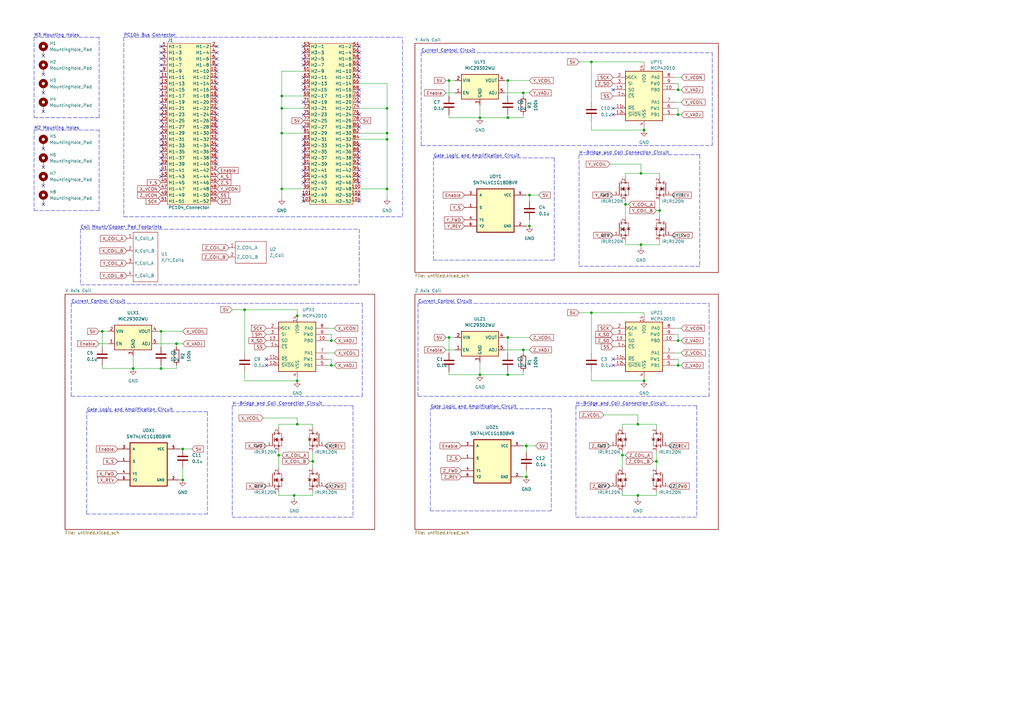
<source format=kicad_sch>
(kicad_sch (version 20211123) (generator eeschema)
  (paper "A3")
  (lib_symbols
    (symbol "Coils:X{slash}Y_Coils"
      (property "Reference" "U" (at -11.43 3.81 0))
      (property "Value" "X{slash}Y_Coils" (at -7.62 6.35 0))
      (symbol "X{slash}Y_Coils_1_1"
        (pin unspecified line (at 1.27 -2.54 90) (length 2.54) (name "X_Coil_A") (number "1"))
        (pin unspecified line (at 6.35 -2.54 90) (length 2.54) (name "X_Coil_B") (number "2"))
        (pin unspecified line (at 11.43 -2.54 90) (length 2.54) (name "Y_Coil_A") (number "3"))
        (pin unspecified line (at 16.51 -2.54 90) (length 2.54) (name "Y_Coil_B") (number "4"))
      )
    )
    (symbol "Coils:Z_Coil"
      (property "Reference" "U" (at 0 -2.54 0))
      (property "Value" "Z_Coil" (at 0 0 0))
      (symbol "Z_Coil_1_1"
        (pin bidirectional line (at -6.35 7.62 0) (length 2.54) (name "Z_COIL_A") (number "1"))
        (pin bidirectional line (at -6.35 3.81 0) (length 2.54) (name "Z_COIL_B") (number "2"))
      )
    )
    (symbol "Device:C" (pin_numbers hide) (pin_names (offset 0.254))
      (property "Reference" "C" (at 0.635 2.54 0))
      (property "Value" "C" (at 0.635 -2.54 0))
      (symbol "C_1_1"
        (pin passive line (at 0 3.81 270) (length 2.794) (name "~") (number "1"))
        (pin passive line (at 0 -3.81 90) (length 2.794) (name "~") (number "2"))
      )
    )
    (symbol "Device:R" (pin_numbers hide) (pin_names (offset 0))
      (property "Reference" "R" (at 2.032 0 90))
      (property "Value" "R" (at 0 0 90))
      (symbol "R_1_1"
        (pin passive line (at 0 3.81 270) (length 1.27) (name "~") (number "1"))
        (pin passive line (at 0 -3.81 90) (length 1.27) (name "~") (number "2"))
      )
    )
    (symbol "IRLR120N:IRLR120N" (pin_names (offset 1.016))
      (property "Reference" "Q" (at -8.89 2.54 0))
      (property "Value" "IRLR120N" (at -8.89 -7.62 0))
      (symbol "IRLR120N_0_0"
        (pin passive line (at -2.54 -2.54 0) (length 2.54) (name "~") (number "1"))
        (pin passive line (at 2.54 5.08 270) (length 2.54) (name "~") (number "2"))
        (pin passive line (at 2.54 -5.08 90) (length 2.54) (name "~") (number "3"))
      )
    )
    (symbol "Mechanical:MountingHole_Pad" (pin_numbers hide) (pin_names (offset 1.016) hide)
      (property "Reference" "H" (at 0 6.35 0))
      (property "Value" "MountingHole_Pad" (at 0 4.445 0))
      (symbol "MountingHole_Pad_1_1"
        (pin input line (at 0 -2.54 90) (length 2.54) (name "1") (number "1"))
      )
    )
    (symbol "Potentiometer_Digital:MCP42010" (pin_names (offset 1.016))
      (property "Reference" "U" (at -7.62 11.43 0))
      (property "Value" "MCP42010" (at 2.54 11.43 0))
      (symbol "MCP42010_1_1"
        (pin input input_low (at -12.7 0 0) (length 5.08) (name "~{CS}") (number "1"))
        (pin passive line (at 12.7 2.54 180) (length 5.08) (name "PB0") (number "10"))
        (pin input input_low (at -12.7 -5.08 0) (length 5.08) (name "~{RS}") (number "11"))
        (pin input input_low (at -12.7 -7.62 0) (length 5.08) (name "~{SHDN}") (number "12"))
        (pin output line (at -12.7 2.54 0) (length 5.08) (name "SO") (number "13"))
        (pin power_in line (at 0 12.7 270) (length 2.54) (name "VDD") (number "14"))
        (pin input clock (at -12.7 7.62 0) (length 5.08) (name "SCK") (number "2"))
        (pin input line (at -12.7 5.08 0) (length 5.08) (name "SI") (number "3"))
        (pin power_in line (at 0 -12.7 90) (length 2.54) (name "VSS") (number "4"))
        (pin passive line (at 12.7 -7.62 180) (length 5.08) (name "PB1") (number "5"))
        (pin passive line (at 12.7 -5.08 180) (length 5.08) (name "PW1") (number "6"))
        (pin passive line (at 12.7 -2.54 180) (length 5.08) (name "PA1") (number "7"))
        (pin passive line (at 12.7 7.62 180) (length 5.08) (name "PA0") (number "8"))
        (pin passive line (at 12.7 5.08 180) (length 5.08) (name "PW0") (number "9"))
      )
    )
    (symbol "Regulator_Linear:MIC29302WU"
      (property "Reference" "U" (at -6.35 6.35 0))
      (property "Value" "MIC29302WU" (at 2.54 6.35 0))
      (symbol "MIC29302WU_1_1"
        (pin input line (at -10.16 -2.54 0) (length 2.54) (name "EN") (number "1"))
        (pin power_in line (at -10.16 2.54 0) (length 2.54) (name "VIN") (number "2"))
        (pin power_in line (at 0 -7.62 90) (length 2.54) (name "GND") (number "3"))
        (pin power_out line (at 10.16 2.54 180) (length 2.54) (name "VOUT") (number "4"))
        (pin input line (at 10.16 -2.54 180) (length 2.54) (name "ADJ") (number "5"))
      )
    )
    (symbol "SN74LVC1G18DBVR:SN74LVC1G18DBVR" (pin_names (offset 1.016))
      (property "Reference" "U" (at -5.08 3.81 0))
      (property "Value" "SN74LVC1G18DBVR" (at -12.7 -19.2278 0))
      (symbol "SN74LVC1G18DBVR_0_0"
        (pin bidirectional line (at -10.16 -5.08 0) (length 5.08) (name "S") (number "1"))
        (pin power_in line (at 15.24 -12.7 180) (length 5.08) (name "GND") (number "2"))
        (pin bidirectional line (at -10.16 0 0) (length 5.08) (name "A") (number "3"))
        (pin bidirectional line (at -10.16 -10.16 0) (length 5.08) (name "Y1") (number "4"))
        (pin power_in line (at 15.24 0 180) (length 5.08) (name "VCC") (number "5"))
        (pin bidirectional line (at -10.16 -12.7 0) (length 5.08) (name "Y2") (number "6"))
      )
    )
    (symbol "power:GND" (power) (pin_names (offset 0))
      (property "Value" "GND" (at 0 -3.81 0))
      (symbol "GND_1_1"
        (pin power_in line (at 0 0 270) (length 0) hide (name "GND") (number "1"))
      )
    )
    (symbol "qset-connector-library:PC104_Connector"
      (property "Reference" "J" (at -36.83 -71.12 0))
      (property "Value" "PC104_Connector" (at -26.67 -71.12 0))
      (symbol "PC104_Connector_1_1"
        (pin bidirectional line (at -40.64 -3.81 0) (length 2.54) (name "H1-1") (number "1"))
        (pin bidirectional line (at -17.78 -13.97 180) (length 2.54) (name "H1-10") (number "10"))
        (pin bidirectional line (at 40.64 -62.23 180) (length 2.54) (name "H2-48") (number "100"))
        (pin bidirectional line (at 17.78 -64.77 0) (length 2.54) (name "H2-49") (number "101"))
        (pin bidirectional line (at 40.64 -64.77 180) (length 2.54) (name "H2-50") (number "102"))
        (pin bidirectional line (at 17.78 -67.31 0) (length 2.54) (name "H2-51") (number "103"))
        (pin bidirectional line (at 40.64 -67.31 180) (length 2.54) (name "H2-52") (number "104"))
        (pin bidirectional line (at -40.64 -16.51 0) (length 2.54) (name "H1-11") (number "11"))
        (pin bidirectional line (at -17.78 -16.51 180) (length 2.54) (name "H1-12") (number "12"))
        (pin bidirectional line (at -40.64 -19.05 0) (length 2.54) (name "H1-13") (number "13"))
        (pin bidirectional line (at -17.78 -19.05 180) (length 2.54) (name "H1-14") (number "14"))
        (pin bidirectional line (at -40.64 -21.59 0) (length 2.54) (name "H1-15") (number "15"))
        (pin bidirectional line (at -17.78 -21.59 180) (length 2.54) (name "H1-16") (number "16"))
        (pin bidirectional line (at -40.64 -24.13 0) (length 2.54) (name "H1-17") (number "17"))
        (pin bidirectional line (at -17.78 -24.13 180) (length 2.54) (name "H1-18") (number "18"))
        (pin bidirectional line (at -40.64 -26.67 0) (length 2.54) (name "H1-19") (number "19"))
        (pin bidirectional line (at -17.78 -3.81 180) (length 2.54) (name "H1-2") (number "2"))
        (pin bidirectional line (at -17.78 -26.67 180) (length 2.54) (name "H1-20") (number "20"))
        (pin bidirectional line (at -40.64 -29.21 0) (length 2.54) (name "H1-21") (number "21"))
        (pin bidirectional line (at -17.78 -29.21 180) (length 2.54) (name "H1-22") (number "22"))
        (pin bidirectional line (at -40.64 -31.75 0) (length 2.54) (name "H1-23") (number "23"))
        (pin bidirectional line (at -17.78 -31.75 180) (length 2.54) (name "H1-24") (number "24"))
        (pin bidirectional line (at -40.64 -34.29 0) (length 2.54) (name "H1-25") (number "25"))
        (pin bidirectional line (at -17.78 -34.29 180) (length 2.54) (name "H1-26") (number "26"))
        (pin bidirectional line (at -40.64 -36.83 0) (length 2.54) (name "H1-27") (number "27"))
        (pin bidirectional line (at -17.78 -36.83 180) (length 2.54) (name "H1-28") (number "28"))
        (pin bidirectional line (at -40.64 -39.37 0) (length 2.54) (name "H1-29") (number "29"))
        (pin bidirectional line (at -40.64 -6.35 0) (length 2.54) (name "H1-3") (number "3"))
        (pin bidirectional line (at -17.78 -39.37 180) (length 2.54) (name "H1-30") (number "30"))
        (pin bidirectional line (at -40.64 -41.91 0) (length 2.54) (name "H1-31") (number "31"))
        (pin bidirectional line (at -17.78 -41.91 180) (length 2.54) (name "H1-32") (number "32"))
        (pin bidirectional line (at -40.64 -44.45 0) (length 2.54) (name "H1-33") (number "33"))
        (pin bidirectional line (at -17.78 -44.45 180) (length 2.54) (name "H1-34") (number "34"))
        (pin bidirectional line (at -40.64 -46.99 0) (length 2.54) (name "H1-35") (number "35"))
        (pin bidirectional line (at -17.78 -46.99 180) (length 2.54) (name "H1-36") (number "36"))
        (pin bidirectional line (at -40.64 -49.53 0) (length 2.54) (name "H1-37") (number "37"))
        (pin bidirectional line (at -17.78 -49.53 180) (length 2.54) (name "H1-38") (number "38"))
        (pin bidirectional line (at -40.64 -52.07 0) (length 2.54) (name "H1-39") (number "39"))
        (pin bidirectional line (at -17.78 -6.35 180) (length 2.54) (name "H1-4") (number "4"))
        (pin bidirectional line (at -17.78 -52.07 180) (length 2.54) (name "H1-40") (number "40"))
        (pin bidirectional line (at -40.64 -54.61 0) (length 2.54) (name "H1-41") (number "41"))
        (pin bidirectional line (at -17.78 -54.61 180) (length 2.54) (name "H1-42") (number "42"))
        (pin bidirectional line (at -40.64 -57.15 0) (length 2.54) (name "H1-43") (number "43"))
        (pin bidirectional line (at -17.78 -57.15 180) (length 2.54) (name "H1-44") (number "44"))
        (pin bidirectional line (at -40.64 -59.69 0) (length 2.54) (name "H1-45") (number "45"))
        (pin bidirectional line (at -17.78 -59.69 180) (length 2.54) (name "H1-46") (number "46"))
        (pin bidirectional line (at -40.64 -62.23 0) (length 2.54) (name "H1-47") (number "47"))
        (pin bidirectional line (at -17.78 -62.23 180) (length 2.54) (name "H1-48") (number "48"))
        (pin bidirectional line (at -40.64 -64.77 0) (length 2.54) (name "H1-49") (number "49"))
        (pin bidirectional line (at -40.64 -8.89 0) (length 2.54) (name "H1-5") (number "5"))
        (pin bidirectional line (at -17.78 -64.77 180) (length 2.54) (name "H1-50") (number "50"))
        (pin bidirectional line (at -40.64 -67.31 0) (length 2.54) (name "H1-51") (number "51"))
        (pin bidirectional line (at -17.78 -67.31 180) (length 2.54) (name "H1-52") (number "52"))
        (pin bidirectional line (at 17.78 -3.81 0) (length 2.54) (name "H2-1") (number "53"))
        (pin bidirectional line (at 40.64 -3.81 180) (length 2.54) (name "H1-2") (number "54"))
        (pin bidirectional line (at 17.78 -6.35 0) (length 2.54) (name "H3-3") (number "55"))
        (pin bidirectional line (at 40.64 -6.35 180) (length 2.54) (name "H1-4") (number "56"))
        (pin bidirectional line (at 17.78 -8.89 0) (length 2.54) (name "H2-5") (number "57"))
        (pin bidirectional line (at 40.64 -8.89 180) (length 2.54) (name "H1-6") (number "58"))
        (pin bidirectional line (at 17.78 -11.43 0) (length 2.54) (name "H2-7") (number "59"))
        (pin bidirectional line (at -17.78 -8.89 180) (length 2.54) (name "H1-6") (number "6"))
        (pin bidirectional line (at 40.64 -11.43 180) (length 2.54) (name "H1-8") (number "60"))
        (pin bidirectional line (at 17.78 -13.97 0) (length 2.54) (name "H2-9") (number "61"))
        (pin bidirectional line (at 40.64 -13.97 180) (length 2.54) (name "H1-10") (number "62"))
        (pin bidirectional line (at 17.78 -16.51 0) (length 2.54) (name "H2-11") (number "63"))
        (pin bidirectional line (at 40.64 -16.51 180) (length 2.54) (name "H1-12") (number "64"))
        (pin bidirectional line (at 17.78 -19.05 0) (length 2.54) (name "H2-13") (number "65"))
        (pin bidirectional line (at 40.64 -19.05 180) (length 2.54) (name "H1-14") (number "66"))
        (pin bidirectional line (at 17.78 -21.59 0) (length 2.54) (name "H2-15") (number "67"))
        (pin bidirectional line (at 40.64 -21.59 180) (length 2.54) (name "H1-16") (number "68"))
        (pin bidirectional line (at 17.78 -24.13 0) (length 2.54) (name "H2-17") (number "69"))
        (pin bidirectional line (at -40.64 -11.43 0) (length 2.54) (name "H1-7") (number "7"))
        (pin bidirectional line (at 40.64 -24.13 180) (length 2.54) (name "H1-18") (number "70"))
        (pin bidirectional line (at 17.78 -26.67 0) (length 2.54) (name "H2-19") (number "71"))
        (pin bidirectional line (at 40.64 -26.67 180) (length 2.54) (name "H1-20") (number "72"))
        (pin bidirectional line (at 17.78 -29.21 0) (length 2.54) (name "H2-21") (number "73"))
        (pin bidirectional line (at 40.64 -29.21 180) (length 2.54) (name "H1-22") (number "74"))
        (pin bidirectional line (at 17.78 -31.75 0) (length 2.54) (name "H2-23") (number "75"))
        (pin bidirectional line (at 40.64 -31.75 180) (length 2.54) (name "H1-24") (number "76"))
        (pin bidirectional line (at 17.78 -34.29 0) (length 2.54) (name "H2-25") (number "77"))
        (pin bidirectional line (at 40.64 -34.29 180) (length 2.54) (name "H1-26") (number "78"))
        (pin bidirectional line (at 17.78 -36.83 0) (length 2.54) (name "H2-27") (number "79"))
        (pin bidirectional line (at -17.78 -11.43 180) (length 2.54) (name "H1-8") (number "8"))
        (pin bidirectional line (at 40.64 -36.83 180) (length 2.54) (name "H1-28") (number "80"))
        (pin bidirectional line (at 17.78 -39.37 0) (length 2.54) (name "H2-29") (number "81"))
        (pin bidirectional line (at 40.64 -39.37 180) (length 2.54) (name "H1-30") (number "82"))
        (pin bidirectional line (at 17.78 -41.91 0) (length 2.54) (name "H2-31") (number "83"))
        (pin bidirectional line (at 40.64 -41.91 180) (length 2.54) (name "H1-32") (number "84"))
        (pin bidirectional line (at 17.78 -44.45 0) (length 2.54) (name "H2-33") (number "85"))
        (pin bidirectional line (at 40.64 -44.45 180) (length 2.54) (name "H1-34") (number "86"))
        (pin bidirectional line (at 17.78 -46.99 0) (length 2.54) (name "H2-35") (number "87"))
        (pin bidirectional line (at 40.64 -46.99 180) (length 2.54) (name "H1-36") (number "88"))
        (pin bidirectional line (at 17.78 -49.53 0) (length 2.54) (name "H2-37") (number "89"))
        (pin bidirectional line (at -40.64 -13.97 0) (length 2.54) (name "H1-9") (number "9"))
        (pin bidirectional line (at 40.64 -49.53 180) (length 2.54) (name "H1-38") (number "90"))
        (pin bidirectional line (at 17.78 -52.07 0) (length 2.54) (name "H2-39") (number "91"))
        (pin bidirectional line (at 40.64 -52.07 180) (length 2.54) (name "H1-40") (number "92"))
        (pin bidirectional line (at 17.78 -54.61 0) (length 2.54) (name "H2-41") (number "93"))
        (pin bidirectional line (at 40.64 -54.61 180) (length 2.54) (name "H1-42") (number "94"))
        (pin bidirectional line (at 17.78 -57.15 0) (length 2.54) (name "H2-43") (number "95"))
        (pin bidirectional line (at 40.64 -57.15 180) (length 2.54) (name "H1-44") (number "96"))
        (pin bidirectional line (at 17.78 -59.69 0) (length 2.54) (name "H2-45") (number "97"))
        (pin bidirectional line (at 40.64 -59.69 180) (length 2.54) (name "H2-46") (number "98"))
        (pin bidirectional line (at 17.78 -62.23 0) (length 2.54) (name "H2-47") (number "99"))
      )
    )
  )
  (junction (at 54.61 151.13))
  (junction (at 115.57 39.37))
  (junction (at 208.28 153.67))
  (junction (at 158.75 54.61))
  (junction (at 196.85 153.67))
  (junction (at 184.15 33.02))
  (junction (at 135.89 139.7))
  (junction (at 120.65 203.2))
  (junction (at 66.04 151.13))
  (junction (at 128.27 189.23))
  (junction (at 261.62 173.99))
  (junction (at 215.8737 182.88))
  (junction (at 184.15 138.43))
  (junction (at 214.63 143.51))
  (junction (at 158.75 77.47))
  (junction (at 278.13 36.83))
  (junction (at 214.63 38.1))
  (junction (at 66.04 135.89))
  (junction (at 269.24 189.23))
  (junction (at 262.89 100.33))
  (junction (at 100.33 127))
  (junction (at 115.57 54.61))
  (junction (at 278.13 46.99))
  (junction (at 114.3 186.69))
  (junction (at 158.75 44.45))
  (junction (at 242.57 128.27))
  (junction (at 115.57 77.47))
  (junction (at 72.39 140.97))
  (junction (at 264.16 156.21))
  (junction (at 74.93 184.15))
  (junction (at 208.28 48.26))
  (junction (at 217.17 80.01))
  (junction (at 121.92 156.21))
  (junction (at 135.89 149.86))
  (junction (at 256.54 83.82))
  (junction (at 242.57 25.4))
  (junction (at 261.62 203.2))
  (junction (at 262.89 71.12))
  (junction (at 255.27 186.69))
  (junction (at 74.93 196.85))
  (junction (at 217.17 92.71))
  (junction (at 264.16 53.34))
  (junction (at 121.92 173.99))
  (junction (at 270.51 86.36))
  (junction (at 208.28 33.02))
  (junction (at 41.91 135.89))
  (junction (at 278.13 149.86))
  (junction (at 115.57 44.45))
  (junction (at 196.85 48.26))
  (junction (at 278.13 139.7))
  (junction (at 208.28 138.43))
  (junction (at 215.9 195.58))
  (junction (at 121.92 129.54))
  (junction (at 215.9 182.88))
  (junction (at 158.75 57.15))
  (no_connect (at 17.78 83.82))
  (no_connect (at 109.22 149.86))
  (no_connect (at 251.46 46.99))
  (no_connect (at 17.78 38.1))
  (no_connect (at 124.46 41.91))
  (no_connect (at 147.32 41.91))
  (no_connect (at 66.04 29.21))
  (no_connect (at 66.04 31.75))
  (no_connect (at 66.04 46.99))
  (no_connect (at 66.04 19.05))
  (no_connect (at 66.04 21.59))
  (no_connect (at 66.04 24.13))
  (no_connect (at 66.04 26.67))
  (no_connect (at 66.04 34.29))
  (no_connect (at 66.04 36.83))
  (no_connect (at 66.04 39.37))
  (no_connect (at 66.04 41.91))
  (no_connect (at 66.04 44.45))
  (no_connect (at 66.04 59.69))
  (no_connect (at 66.04 62.23))
  (no_connect (at 66.04 64.77))
  (no_connect (at 66.04 67.31))
  (no_connect (at 66.04 69.85))
  (no_connect (at 66.04 72.39))
  (no_connect (at 88.9 67.31))
  (no_connect (at 88.9 64.77))
  (no_connect (at 88.9 62.23))
  (no_connect (at 88.9 59.69))
  (no_connect (at 66.04 49.53))
  (no_connect (at 66.04 52.07))
  (no_connect (at 66.04 54.61))
  (no_connect (at 66.04 57.15))
  (no_connect (at 88.9 57.15))
  (no_connect (at 88.9 54.61))
  (no_connect (at 88.9 52.07))
  (no_connect (at 88.9 49.53))
  (no_connect (at 88.9 46.99))
  (no_connect (at 88.9 44.45))
  (no_connect (at 88.9 41.91))
  (no_connect (at 88.9 36.83))
  (no_connect (at 88.9 39.37))
  (no_connect (at 88.9 19.05))
  (no_connect (at 88.9 21.59))
  (no_connect (at 88.9 24.13))
  (no_connect (at 88.9 26.67))
  (no_connect (at 88.9 29.21))
  (no_connect (at 88.9 31.75))
  (no_connect (at 88.9 34.29))
  (no_connect (at 124.46 31.75))
  (no_connect (at 124.46 19.05))
  (no_connect (at 124.46 21.59))
  (no_connect (at 124.46 24.13))
  (no_connect (at 124.46 26.67))
  (no_connect (at 124.46 34.29))
  (no_connect (at 124.46 36.83))
  (no_connect (at 124.46 52.07))
  (no_connect (at 124.46 59.69))
  (no_connect (at 124.46 62.23))
  (no_connect (at 124.46 64.77))
  (no_connect (at 124.46 67.31))
  (no_connect (at 124.46 69.85))
  (no_connect (at 124.46 72.39))
  (no_connect (at 124.46 74.93))
  (no_connect (at 124.46 80.01))
  (no_connect (at 124.46 82.55))
  (no_connect (at 147.32 82.55))
  (no_connect (at 147.32 80.01))
  (no_connect (at 147.32 74.93))
  (no_connect (at 147.32 72.39))
  (no_connect (at 147.32 69.85))
  (no_connect (at 147.32 67.31))
  (no_connect (at 147.32 64.77))
  (no_connect (at 147.32 62.23))
  (no_connect (at 147.32 59.69))
  (no_connect (at 147.32 52.07))
  (no_connect (at 251.46 147.32))
  (no_connect (at 109.22 147.32))
  (no_connect (at 147.32 46.99))
  (no_connect (at 17.78 22.86))
  (no_connect (at 124.46 46.99))
  (no_connect (at 251.46 36.83))
  (no_connect (at 17.78 60.96))
  (no_connect (at 124.46 57.15))
  (no_connect (at 17.78 68.58))
  (no_connect (at 17.78 76.2))
  (no_connect (at 17.78 45.72))
  (no_connect (at 251.46 149.86))
  (no_connect (at 251.46 44.45))
  (no_connect (at 17.78 30.48))
  (no_connect (at 147.32 29.21))
  (no_connect (at 147.32 19.05))
  (no_connect (at 147.32 21.59))
  (no_connect (at 147.32 24.13))
  (no_connect (at 147.32 26.67))
  (no_connect (at 147.32 39.37))
  (no_connect (at 147.32 36.83))
  (no_connect (at 147.32 31.75))
  (wire (pts (xy 269.24 201.93) (xy 269.24 203.2)))
  (wire (pts (xy 135.89 139.7) (xy 137.16 139.7)))
  (wire (pts (xy 128.27 201.93) (xy 128.27 203.2)))
  (wire (pts (xy 255.27 186.69) (xy 256.54 186.69)))
  (wire (pts (xy 134.62 144.78) (xy 137.16 144.78)))
  (wire (pts (xy 147.32 54.61) (xy 158.75 54.61)))
  (wire (pts (xy 215.9 182.88) (xy 215.9 185.42)))
  (wire (pts (xy 184.15 138.43) (xy 186.69 138.43)))
  (wire (pts (xy 158.75 54.61) (xy 158.75 57.15)))
  (wire (pts (xy 264.16 25.4) (xy 264.16 26.67)))
  (polyline (pts (xy 33.02 116.84) (xy 147.32 116.84)))
  (polyline (pts (xy 236.22 166.37) (xy 285.75 166.37)))
  (wire (pts (xy 207.01 143.51) (xy 214.63 143.51)))
  (polyline (pts (xy 50.8 15.24) (xy 50.8 88.9)))
  (wire (pts (xy 215.9 193.04) (xy 215.9 195.58)))
  (wire (pts (xy 115.57 29.21) (xy 124.46 29.21)))
  (polyline (pts (xy 33.02 93.98) (xy 147.32 93.98)))
  (wire (pts (xy 54.61 146.05) (xy 54.61 151.13)))
  (wire (pts (xy 184.15 46.99) (xy 184.15 48.26)))
  (wire (pts (xy 255.27 186.69) (xy 255.27 191.77)))
  (wire (pts (xy 261.62 173.99) (xy 269.24 173.99)))
  (polyline (pts (xy 226.06 209.55) (xy 176.53 209.55)))
  (wire (pts (xy 217.17 90.17) (xy 217.17 92.71)))
  (polyline (pts (xy 29.21 162.56) (xy 29.21 124.46)))
  (wire (pts (xy 217.17 80.01) (xy 217.17 82.55)))
  (wire (pts (xy 255.27 173.99) (xy 261.62 173.99)))
  (polyline (pts (xy 292.1 21.59) (xy 292.1 59.69)))
  (polyline (pts (xy 13.97 53.34) (xy 40.64 53.34)))
  (wire (pts (xy 208.28 48.26) (xy 214.63 48.26)))
  (wire (pts (xy 114.3 175.26) (xy 114.3 173.99)))
  (wire (pts (xy 214.63 38.1) (xy 207.01 38.1)))
  (wire (pts (xy 196.85 43.18) (xy 196.85 48.26)))
  (wire (pts (xy 261.62 170.18) (xy 261.62 173.99)))
  (wire (pts (xy 72.39 140.97) (xy 64.77 140.97)))
  (wire (pts (xy 278.13 149.86) (xy 279.4 149.86)))
  (wire (pts (xy 276.86 31.75) (xy 279.4 31.75)))
  (wire (pts (xy 127 189.23) (xy 128.27 189.23)))
  (wire (pts (xy 214.63 182.88) (xy 215.8737 182.88)))
  (wire (pts (xy 121.92 171.45) (xy 121.92 173.99)))
  (wire (pts (xy 134.62 147.32) (xy 135.89 147.32)))
  (wire (pts (xy 158.75 44.45) (xy 158.75 54.61)))
  (polyline (pts (xy 33.02 93.98) (xy 33.02 116.84)))
  (wire (pts (xy 255.27 201.93) (xy 255.27 203.2)))
  (wire (pts (xy 214.63 143.51) (xy 214.63 144.78)))
  (wire (pts (xy 121.92 173.99) (xy 128.27 173.99)))
  (wire (pts (xy 134.62 149.86) (xy 135.89 149.86)))
  (polyline (pts (xy 177.8 64.77) (xy 227.33 64.77)))
  (wire (pts (xy 114.3 203.2) (xy 120.65 203.2)))
  (polyline (pts (xy 148.59 124.46) (xy 148.59 162.56)))
  (wire (pts (xy 66.04 151.13) (xy 72.39 151.13)))
  (polyline (pts (xy 147.32 93.98) (xy 147.32 116.84)))
  (wire (pts (xy 214.63 143.51) (xy 217.17 143.51)))
  (wire (pts (xy 41.91 151.13) (xy 54.61 151.13)))
  (wire (pts (xy 114.3 185.42) (xy 114.3 186.69)))
  (wire (pts (xy 261.62 203.2) (xy 261.62 204.47)))
  (polyline (pts (xy 172.72 59.69) (xy 292.1 59.69)))
  (wire (pts (xy 269.24 86.36) (xy 270.51 86.36)))
  (wire (pts (xy 278.13 46.99) (xy 279.4 46.99)))
  (wire (pts (xy 158.75 34.29) (xy 158.75 44.45)))
  (wire (pts (xy 255.27 203.2) (xy 261.62 203.2)))
  (wire (pts (xy 215.9 182.88) (xy 219.6837 182.88)))
  (polyline (pts (xy 171.45 162.56) (xy 290.83 162.56)))
  (wire (pts (xy 278.13 139.7) (xy 279.4 139.7)))
  (wire (pts (xy 134.62 134.62) (xy 137.16 134.62)))
  (wire (pts (xy 135.89 137.16) (xy 135.89 139.7)))
  (polyline (pts (xy 285.75 166.37) (xy 285.75 212.09)))
  (wire (pts (xy 276.86 134.62) (xy 279.4 134.62)))
  (polyline (pts (xy 285.75 212.09) (xy 236.22 212.09)))
  (wire (pts (xy 41.91 142.24) (xy 41.91 135.89)))
  (wire (pts (xy 276.86 46.99) (xy 278.13 46.99)))
  (wire (pts (xy 72.39 142.24) (xy 72.39 140.97)))
  (polyline (pts (xy 95.25 166.37) (xy 95.25 212.09)))
  (wire (pts (xy 208.28 152.4) (xy 208.28 153.67)))
  (wire (pts (xy 276.86 44.45) (xy 278.13 44.45)))
  (wire (pts (xy 182.88 138.43) (xy 184.15 138.43)))
  (wire (pts (xy 114.3 201.93) (xy 114.3 203.2)))
  (polyline (pts (xy 13.97 15.24) (xy 13.97 48.26)))
  (polyline (pts (xy 144.78 166.37) (xy 144.78 212.09)))
  (wire (pts (xy 41.91 135.89) (xy 44.45 135.89)))
  (wire (pts (xy 54.61 151.13) (xy 66.04 151.13)))
  (polyline (pts (xy 85.09 168.91) (xy 85.09 210.82)))
  (wire (pts (xy 182.88 38.1) (xy 186.69 38.1)))
  (wire (pts (xy 115.57 77.47) (xy 115.57 81.28)))
  (wire (pts (xy 95.25 127) (xy 100.33 127)))
  (polyline (pts (xy 29.21 124.46) (xy 148.59 124.46)))
  (wire (pts (xy 120.65 203.2) (xy 128.27 203.2)))
  (wire (pts (xy 270.51 86.36) (xy 270.51 88.9)))
  (wire (pts (xy 242.57 53.34) (xy 264.16 53.34)))
  (wire (pts (xy 250.19 67.31) (xy 262.89 67.31)))
  (wire (pts (xy 121.92 156.21) (xy 121.92 154.94)))
  (polyline (pts (xy 29.21 162.56) (xy 148.59 162.56)))
  (wire (pts (xy 100.33 127) (xy 121.92 127)))
  (polyline (pts (xy 237.49 63.5) (xy 237.49 109.22)))
  (polyline (pts (xy 176.53 167.64) (xy 226.06 167.64)))
  (wire (pts (xy 269.24 189.23) (xy 269.24 191.77)))
  (wire (pts (xy 256.54 99.06) (xy 256.54 100.33)))
  (wire (pts (xy 100.33 156.21) (xy 121.92 156.21)))
  (polyline (pts (xy 50.8 88.9) (xy 165.1 88.9)))
  (wire (pts (xy 278.13 36.83) (xy 279.4 36.83)))
  (wire (pts (xy 264.16 128.27) (xy 264.16 129.54)))
  (wire (pts (xy 128.27 173.99) (xy 128.27 175.26)))
  (polyline (pts (xy 40.64 48.26) (xy 40.64 15.24)))
  (wire (pts (xy 121.92 127) (xy 121.92 129.54)))
  (wire (pts (xy 276.86 41.91) (xy 279.4 41.91)))
  (wire (pts (xy 270.51 99.06) (xy 270.51 100.33)))
  (wire (pts (xy 215.8737 182.88) (xy 215.9 182.88)))
  (wire (pts (xy 74.93 191.77) (xy 74.93 196.85)))
  (wire (pts (xy 264.16 53.34) (xy 264.16 52.07)))
  (wire (pts (xy 115.57 39.37) (xy 115.57 29.21)))
  (polyline (pts (xy 287.02 109.22) (xy 237.49 109.22)))
  (polyline (pts (xy 171.45 124.46) (xy 290.83 124.46)))
  (wire (pts (xy 182.88 33.02) (xy 184.15 33.02)))
  (wire (pts (xy 158.75 77.47) (xy 158.75 81.28)))
  (wire (pts (xy 114.3 186.69) (xy 115.57 186.69)))
  (wire (pts (xy 135.89 147.32) (xy 135.89 149.86)))
  (wire (pts (xy 74.93 184.15) (xy 78.74 184.15)))
  (wire (pts (xy 64.77 135.89) (xy 66.04 135.89)))
  (wire (pts (xy 215.9 80.01) (xy 217.17 80.01)))
  (wire (pts (xy 115.57 44.45) (xy 115.57 54.61)))
  (wire (pts (xy 237.49 128.27) (xy 242.57 128.27)))
  (wire (pts (xy 40.64 135.89) (xy 41.91 135.89)))
  (polyline (pts (xy 290.83 124.46) (xy 290.83 162.56)))
  (wire (pts (xy 147.32 44.45) (xy 158.75 44.45)))
  (wire (pts (xy 255.27 175.26) (xy 255.27 173.99)))
  (wire (pts (xy 256.54 72.39) (xy 256.54 71.12)))
  (wire (pts (xy 270.51 71.12) (xy 270.51 72.39)))
  (wire (pts (xy 115.57 54.61) (xy 115.57 77.47)))
  (wire (pts (xy 261.62 203.2) (xy 269.24 203.2)))
  (wire (pts (xy 267.97 189.23) (xy 269.24 189.23)))
  (wire (pts (xy 196.85 48.26) (xy 208.28 48.26)))
  (wire (pts (xy 256.54 71.12) (xy 262.89 71.12)))
  (wire (pts (xy 247.65 170.18) (xy 261.62 170.18)))
  (wire (pts (xy 41.91 149.86) (xy 41.91 151.13)))
  (wire (pts (xy 237.49 25.4) (xy 242.57 25.4)))
  (wire (pts (xy 107.95 171.45) (xy 121.92 171.45)))
  (wire (pts (xy 242.57 41.91) (xy 242.57 25.4)))
  (wire (pts (xy 196.85 148.59) (xy 196.85 153.67)))
  (wire (pts (xy 147.32 57.15) (xy 158.75 57.15)))
  (wire (pts (xy 262.89 67.31) (xy 262.89 71.12)))
  (wire (pts (xy 242.57 144.78) (xy 242.57 128.27)))
  (polyline (pts (xy 176.53 209.55) (xy 176.53 167.64)))
  (wire (pts (xy 207.01 138.43) (xy 208.28 138.43)))
  (wire (pts (xy 182.88 143.51) (xy 186.69 143.51)))
  (wire (pts (xy 72.39 140.97) (xy 74.93 140.97)))
  (wire (pts (xy 66.04 149.86) (xy 66.04 151.13)))
  (polyline (pts (xy 177.8 106.68) (xy 177.8 64.77)))
  (wire (pts (xy 242.57 49.53) (xy 242.57 53.34)))
  (polyline (pts (xy 95.25 166.37) (xy 144.78 166.37)))
  (polyline (pts (xy 226.06 167.64) (xy 226.06 209.55)))
  (polyline (pts (xy 13.97 86.36) (xy 40.64 86.36)))
  (wire (pts (xy 128.27 185.42) (xy 128.27 189.23)))
  (wire (pts (xy 214.63 38.1) (xy 217.17 38.1)))
  (wire (pts (xy 214.63 152.4) (xy 214.63 153.67)))
  (wire (pts (xy 124.46 39.37) (xy 115.57 39.37)))
  (wire (pts (xy 242.57 156.21) (xy 264.16 156.21)))
  (wire (pts (xy 276.86 149.86) (xy 278.13 149.86)))
  (wire (pts (xy 276.86 36.83) (xy 278.13 36.83)))
  (polyline (pts (xy 40.64 86.36) (xy 40.64 53.34)))
  (wire (pts (xy 72.39 149.86) (xy 72.39 151.13)))
  (wire (pts (xy 184.15 138.43) (xy 184.15 144.78)))
  (wire (pts (xy 207.01 33.02) (xy 208.28 33.02)))
  (wire (pts (xy 134.62 137.16) (xy 135.89 137.16)))
  (wire (pts (xy 262.89 71.12) (xy 270.51 71.12)))
  (wire (pts (xy 214.63 195.58) (xy 215.9 195.58)))
  (wire (pts (xy 214.63 39.37) (xy 214.63 38.1)))
  (polyline (pts (xy 13.97 48.26) (xy 40.64 48.26)))
  (wire (pts (xy 115.57 54.61) (xy 124.46 54.61)))
  (wire (pts (xy 66.04 135.89) (xy 74.93 135.89)))
  (wire (pts (xy 255.27 185.42) (xy 255.27 186.69)))
  (wire (pts (xy 115.57 44.45) (xy 124.46 44.45)))
  (wire (pts (xy 120.65 203.2) (xy 120.65 204.47)))
  (wire (pts (xy 40.64 140.97) (xy 44.45 140.97)))
  (wire (pts (xy 256.54 82.55) (xy 256.54 83.82)))
  (polyline (pts (xy 172.72 59.69) (xy 172.72 21.59)))
  (wire (pts (xy 100.33 152.4) (xy 100.33 156.21)))
  (wire (pts (xy 214.63 48.26) (xy 214.63 46.99)))
  (wire (pts (xy 208.28 153.67) (xy 196.85 153.67)))
  (wire (pts (xy 270.51 82.55) (xy 270.51 86.36)))
  (wire (pts (xy 242.57 152.4) (xy 242.57 156.21)))
  (wire (pts (xy 262.89 100.33) (xy 270.51 100.33)))
  (wire (pts (xy 208.28 138.43) (xy 217.17 138.43)))
  (wire (pts (xy 73.66 184.15) (xy 74.93 184.15)))
  (wire (pts (xy 186.69 33.02) (xy 184.15 33.02)))
  (wire (pts (xy 215.9 92.71) (xy 217.17 92.71)))
  (wire (pts (xy 208.28 39.37) (xy 208.28 33.02)))
  (wire (pts (xy 276.86 34.29) (xy 278.13 34.29)))
  (wire (pts (xy 278.13 147.32) (xy 278.13 149.86)))
  (wire (pts (xy 135.89 149.86) (xy 137.16 149.86)))
  (polyline (pts (xy 35.56 210.82) (xy 35.56 168.91)))
  (wire (pts (xy 278.13 34.29) (xy 278.13 36.83)))
  (wire (pts (xy 114.3 173.99) (xy 121.92 173.99)))
  (wire (pts (xy 242.57 128.27) (xy 264.16 128.27)))
  (wire (pts (xy 184.15 48.26) (xy 196.85 48.26)))
  (polyline (pts (xy 287.02 63.5) (xy 287.02 109.22)))
  (wire (pts (xy 208.28 33.02) (xy 217.17 33.02)))
  (wire (pts (xy 262.89 100.33) (xy 262.89 101.6)))
  (wire (pts (xy 269.24 185.42) (xy 269.24 189.23)))
  (polyline (pts (xy 13.97 53.34) (xy 13.97 86.36)))
  (polyline (pts (xy 144.78 212.09) (xy 95.25 212.09)))
  (wire (pts (xy 278.13 44.45) (xy 278.13 46.99)))
  (wire (pts (xy 121.92 134.62) (xy 121.92 129.54)))
  (wire (pts (xy 278.13 137.16) (xy 278.13 139.7)))
  (wire (pts (xy 208.28 46.99) (xy 208.28 48.26)))
  (wire (pts (xy 134.62 139.7) (xy 135.89 139.7)))
  (polyline (pts (xy 236.22 166.37) (xy 236.22 212.09)))
  (wire (pts (xy 242.57 25.4) (xy 264.16 25.4)))
  (wire (pts (xy 115.57 39.37) (xy 115.57 44.45)))
  (wire (pts (xy 66.04 142.24) (xy 66.04 135.89)))
  (polyline (pts (xy 237.49 63.5) (xy 287.02 63.5)))
  (wire (pts (xy 256.54 83.82) (xy 256.54 88.9)))
  (wire (pts (xy 264.16 154.94) (xy 264.16 156.21)))
  (wire (pts (xy 276.86 137.16) (xy 278.13 137.16)))
  (polyline (pts (xy 85.09 210.82) (xy 35.56 210.82)))
  (polyline (pts (xy 35.56 168.91) (xy 85.09 168.91)))
  (wire (pts (xy 256.54 100.33) (xy 262.89 100.33)))
  (polyline (pts (xy 171.45 162.56) (xy 171.45 124.46)))
  (wire (pts (xy 269.24 173.99) (xy 269.24 175.26)))
  (polyline (pts (xy 50.8 15.24) (xy 165.1 15.24)))
  (polyline (pts (xy 227.33 64.77) (xy 227.33 106.68)))
  (wire (pts (xy 115.57 77.47) (xy 124.46 77.47)))
  (wire (pts (xy 100.33 127) (xy 100.33 144.78)))
  (polyline (pts (xy 165.1 88.9) (xy 165.1 15.24)))
  (wire (pts (xy 276.86 144.78) (xy 279.4 144.78)))
  (wire (pts (xy 158.75 57.15) (xy 158.75 77.47)))
  (polyline (pts (xy 13.97 15.24) (xy 40.64 15.24)))
  (wire (pts (xy 114.3 186.69) (xy 114.3 191.77)))
  (wire (pts (xy 73.66 196.85) (xy 74.93 196.85)))
  (wire (pts (xy 256.54 83.82) (xy 257.81 83.82)))
  (wire (pts (xy 147.32 34.29) (xy 158.75 34.29)))
  (wire (pts (xy 184.15 153.67) (xy 196.85 153.67)))
  (wire (pts (xy 184.15 152.4) (xy 184.15 153.67)))
  (wire (pts (xy 217.17 80.01) (xy 220.98 80.01)))
  (wire (pts (xy 208.28 138.43) (xy 208.28 144.78)))
  (polyline (pts (xy 227.33 106.68) (xy 177.8 106.68)))
  (polyline (pts (xy 172.72 21.59) (xy 292.1 21.59)))
  (wire (pts (xy 184.15 33.02) (xy 184.15 39.37)))
  (wire (pts (xy 147.32 77.47) (xy 158.75 77.47)))
  (wire (pts (xy 276.86 139.7) (xy 278.13 139.7)))
  (wire (pts (xy 208.28 153.67) (xy 214.63 153.67)))
  (wire (pts (xy 128.27 189.23) (xy 128.27 191.77)))
  (wire (pts (xy 276.86 147.32) (xy 278.13 147.32)))
  (text "M3 Mounting Holes\n" (at 13.97 15.24 0) (effects (font (size 1.27 1.27)) (justify left bottom)))
  (text "Gate Logic and Amplification Circuit" (at 176.53 167.64 0) (effects (font (size 1.27 1.27)) (justify left bottom)))
  (text "Gate Logic and Amplification Circuit" (at 35.56 168.91 0) (effects (font (size 1.27 1.27)) (justify left bottom)))
  (text "M2 Mounting Holes\n" (at 13.97 53.34 0) (effects (font (size 1.27 1.27)) (justify left bottom)))
  (text "Gate Logic and Amplification Circuit" (at 177.8 64.77 0) (effects (font (size 1.27 1.27)) (justify left bottom)))
  (text "Current Control Circuit" (at 29.21 124.46 0) (effects (font (size 1.27 1.27)) (justify left bottom)))
  (text "PC104 Bus Connector" (at 50.8 15.24 0) (effects (font (size 1.27 1.27)) (justify left bottom)))
  (text "H-Bridge and Coil Connection Circuit" (at 236.22 166.37 0) (effects (font (size 1.27 1.27)) (justify left bottom)))
  (text "H-Bridge and Coil Connection Circuit" (at 237.49 63.5 0) (effects (font (size 1.27 1.27)) (justify left bottom)))
  (text "H-Bridge and Coil Connection Circuit" (at 95.25 166.37 0) (effects (font (size 1.27 1.27)) (justify left bottom)))
  (text "Coil Mount/Copper Pad Footprints" (at 33.02 93.98 0) (effects (font (size 1.27 1.27)) (justify left bottom)))
  (text "Current Control Circuit" (at 171.45 124.46 0) (effects (font (size 1.27 1.27)) (justify left bottom)))
  (text "Current Control Circuit" (at 172.72 21.59 0) (effects (font (size 1.27 1.27)) (justify left bottom)))
  (global_label "Z_SO" (shape input) (at 251.46 34.29 180) (property "Intersheet References" "${INTERSHEET_REFS}" (effects hide)))
  (global_label "5V" (shape input) (at 40.64 135.89 180) (property "Intersheet References" "${INTERSHEET_REFS}" (effects hide)))
  (global_label "Z_REV" (shape input) (at 250.19 199.39 180) (property "Intersheet References" "${INTERSHEET_REFS}" (effects hide)))
  (global_label "X_COIL_B" (shape input) (at 52.07 102.87 180) (property "Intersheet References" "${INTERSHEET_REFS}" (effects hide)))
  (global_label "Enable" (shape input) (at 190.5 80.01 180) (property "Intersheet References" "${INTERSHEET_REFS}" (effects hide)))
  (global_label "5V" (shape input) (at 219.6837 182.88 0) (property "Intersheet References" "${INTERSHEET_REFS}" (effects hide)))
  (global_label "Y_REV" (shape input) (at 275.59 80.01 0) (property "Intersheet References" "${INTERSHEET_REFS}" (effects hide)))
  (global_label "5V" (shape input) (at 124.46 49.53 180) (property "Intersheet References" "${INTERSHEET_REFS}" (effects hide)))
  (global_label "X_VADJ" (shape input) (at 137.16 149.86 0) (property "Intersheet References" "${INTERSHEET_REFS}" (effects hide)))
  (global_label "Y_REV" (shape input) (at 251.46 96.52 180) (property "Intersheet References" "${INTERSHEET_REFS}" (effects hide)))
  (global_label "SCK" (shape input) (at 251.46 31.75 180) (property "Intersheet References" "${INTERSHEET_REFS}" (effects hide)))
  (global_label "Z_VCOIL" (shape input) (at 247.65 170.18 180) (property "Intersheet References" "${INTERSHEET_REFS}" (effects hide)))
  (global_label "Z_FWD" (shape input) (at 274.32 199.39 0) (property "Intersheet References" "${INTERSHEET_REFS}" (effects hide)))
  (global_label "Z_VADJ" (shape input) (at 279.4 149.86 0) (property "Intersheet References" "${INTERSHEET_REFS}" (effects hide)))
  (global_label "SS" (shape input) (at 251.46 142.24 180) (property "Intersheet References" "${INTERSHEET_REFS}" (effects hide)))
  (global_label "Z_VCOIL" (shape input) (at 217.17 138.43 0) (property "Intersheet References" "${INTERSHEET_REFS}" (effects hide)))
  (global_label "X_VCOIL" (shape input) (at 107.95 171.45 180) (property "Intersheet References" "${INTERSHEET_REFS}" (effects hide)))
  (global_label "X_VADJ" (shape input) (at 74.93 140.97 0) (property "Intersheet References" "${INTERSHEET_REFS}" (effects hide)))
  (global_label "Z_VADJ" (shape input) (at 279.4 139.7 0) (property "Intersheet References" "${INTERSHEET_REFS}" (effects hide)))
  (global_label "SCK" (shape input) (at 66.04 82.55 180) (property "Intersheet References" "${INTERSHEET_REFS}" (effects hide)))
  (global_label "5V" (shape input) (at 182.88 138.43 180) (property "Intersheet References" "${INTERSHEET_REFS}" (effects hide)))
  (global_label "5V" (shape input) (at 237.49 25.4 180) (property "Intersheet References" "${INTERSHEET_REFS}" (effects hide)))
  (global_label "Y_S" (shape input) (at 66.04 74.93 180) (property "Intersheet References" "${INTERSHEET_REFS}" (effects hide)))
  (global_label "Y_VCOIL" (shape input) (at 250.19 67.31 180) (property "Intersheet References" "${INTERSHEET_REFS}" (effects hide)))
  (global_label "X_COIL_A" (shape input) (at 52.07 97.79 180) (property "Intersheet References" "${INTERSHEET_REFS}" (effects hide)))
  (global_label "X_SO" (shape input) (at 109.22 139.7 180) (property "Intersheet References" "${INTERSHEET_REFS}" (effects hide)))
  (global_label "Y_VCOIL" (shape input) (at 279.4 41.91 0) (property "Intersheet References" "${INTERSHEET_REFS}" (effects hide)))
  (global_label "5V" (shape input) (at 78.74 184.15 0) (property "Intersheet References" "${INTERSHEET_REFS}" (effects hide)))
  (global_label "Z_VADJ" (shape input) (at 217.17 143.51 0) (property "Intersheet References" "${INTERSHEET_REFS}" (effects hide)))
  (global_label "Z_COIL_B" (shape input) (at 93.98 105.41 180) (property "Intersheet References" "${INTERSHEET_REFS}" (effects hide)))
  (global_label "X_COIL_B" (shape input) (at 127 189.23 180) (property "Intersheet References" "${INTERSHEET_REFS}" (effects hide)))
  (global_label "X_VADJ" (shape input) (at 137.16 139.7 0) (property "Intersheet References" "${INTERSHEET_REFS}" (effects hide)))
  (global_label "X_VCON" (shape input) (at 66.04 77.47 180) (property "Intersheet References" "${INTERSHEET_REFS}" (effects hide)))
  (global_label "Y_COIL_B" (shape input) (at 269.24 86.36 180) (property "Intersheet References" "${INTERSHEET_REFS}" (effects hide)))
  (global_label "Y_COIL_B" (shape input) (at 52.07 113.03 180) (property "Intersheet References" "${INTERSHEET_REFS}" (effects hide)))
  (global_label "X_REV" (shape input) (at 48.26 196.85 180) (property "Intersheet References" "${INTERSHEET_REFS}" (effects hide)))
  (global_label "Enable" (shape input) (at 182.88 38.1 180) (property "Intersheet References" "${INTERSHEET_REFS}" (effects hide)))
  (global_label "X_VCOIL" (shape input) (at 137.16 144.78 0) (property "Intersheet References" "${INTERSHEET_REFS}" (effects hide)))
  (global_label "SPI" (shape input) (at 88.9 82.55 0) (property "Intersheet References" "${INTERSHEET_REFS}" (effects hide)))
  (global_label "SCK" (shape input) (at 109.22 134.62 180) (property "Intersheet References" "${INTERSHEET_REFS}" (effects hide)))
  (global_label "Z_REV" (shape input) (at 189.23 195.58 180) (property "Intersheet References" "${INTERSHEET_REFS}" (effects hide)))
  (global_label "5V" (shape input) (at 237.49 128.27 180) (property "Intersheet References" "${INTERSHEET_REFS}" (effects hide)))
  (global_label "Y_VCOIL" (shape input) (at 217.17 33.02 0) (property "Intersheet References" "${INTERSHEET_REFS}" (effects hide)))
  (global_label "X_VCON" (shape input) (at 137.16 134.62 0) (property "Intersheet References" "${INTERSHEET_REFS}" (effects hide)))
  (global_label "SS" (shape input) (at 88.9 80.01 0) (property "Intersheet References" "${INTERSHEET_REFS}" (effects hide)))
  (global_label "Y_FWD" (shape input) (at 190.5 90.17 180) (property "Intersheet References" "${INTERSHEET_REFS}" (effects hide)))
  (global_label "X_S" (shape input) (at 88.9 72.39 0) (property "Intersheet References" "${INTERSHEET_REFS}" (effects hide)))
  (global_label "Z_COIL_A" (shape input) (at 93.98 101.6 180) (property "Intersheet References" "${INTERSHEET_REFS}" (effects hide)))
  (global_label "X_REV" (shape input) (at 133.35 182.88 0) (property "Intersheet References" "${INTERSHEET_REFS}" (effects hide)))
  (global_label "Z_S" (shape input) (at 189.23 187.96 180) (property "Intersheet References" "${INTERSHEET_REFS}" (effects hide)))
  (global_label "Enable" (shape input) (at 189.23 182.88 180) (property "Intersheet References" "${INTERSHEET_REFS}" (effects hide)))
  (global_label "5V" (shape input) (at 220.98 80.01 0) (property "Intersheet References" "${INTERSHEET_REFS}" (effects hide)))
  (global_label "X_FWD" (shape input) (at 133.35 199.39 0) (property "Intersheet References" "${INTERSHEET_REFS}" (effects hide)))
  (global_label "Y_COIL_A" (shape input) (at 52.07 107.95 180) (property "Intersheet References" "${INTERSHEET_REFS}" (effects hide)))
  (global_label "X_COIL_A" (shape input) (at 115.57 186.69 0) (property "Intersheet References" "${INTERSHEET_REFS}" (effects hide)))
  (global_label "X_SO" (shape input) (at 251.46 137.16 180) (property "Intersheet References" "${INTERSHEET_REFS}" (effects hide)))
  (global_label "X_VCOIL" (shape input) (at 74.93 135.89 0) (property "Intersheet References" "${INTERSHEET_REFS}" (effects hide)))
  (global_label "SS" (shape input) (at 251.46 39.37 180) (property "Intersheet References" "${INTERSHEET_REFS}" (effects hide)))
  (global_label "SS" (shape input) (at 109.22 142.24 180) (property "Intersheet References" "${INTERSHEET_REFS}" (effects hide)))
  (global_label "5V" (shape input) (at 182.88 33.02 180) (property "Intersheet References" "${INTERSHEET_REFS}" (effects hide)))
  (global_label "Z_COIL_A" (shape input) (at 256.54 186.69 0) (property "Intersheet References" "${INTERSHEET_REFS}" (effects hide)))
  (global_label "Y_COIL_A" (shape input) (at 257.81 83.82 0) (property "Intersheet References" "${INTERSHEET_REFS}" (effects hide)))
  (global_label "Z_VCOIL" (shape input) (at 279.4 144.78 0) (property "Intersheet References" "${INTERSHEET_REFS}" (effects hide)))
  (global_label "5V" (shape input) (at 147.32 49.53 0) (property "Intersheet References" "${INTERSHEET_REFS}" (effects hide)))
  (global_label "Z_VCON" (shape input) (at 279.4 134.62 0) (property "Intersheet References" "${INTERSHEET_REFS}" (effects hide)))
  (global_label "Y_S" (shape input) (at 190.5 85.09 180) (property "Intersheet References" "${INTERSHEET_REFS}" (effects hide)))
  (global_label "Y_VADJ" (shape input) (at 279.4 36.83 0) (property "Intersheet References" "${INTERSHEET_REFS}" (effects hide)))
  (global_label "Z_S" (shape input) (at 88.9 74.93 0) (property "Intersheet References" "${INTERSHEET_REFS}" (effects hide)))
  (global_label "Y_VCON" (shape input) (at 279.4 31.75 0) (property "Intersheet References" "${INTERSHEET_REFS}" (effects hide)))
  (global_label "Enable" (shape input) (at 182.88 143.51 180) (property "Intersheet References" "${INTERSHEET_REFS}" (effects hide)))
  (global_label "SCK" (shape input) (at 251.46 134.62 180) (property "Intersheet References" "${INTERSHEET_REFS}" (effects hide)))
  (global_label "Z_VCON" (shape input) (at 66.04 80.01 180) (property "Intersheet References" "${INTERSHEET_REFS}" (effects hide)))
  (global_label "Z_REV" (shape input) (at 274.32 182.88 0) (property "Intersheet References" "${INTERSHEET_REFS}" (effects hide)))
  (global_label "Y_FWD" (shape input) (at 251.46 80.01 180) (property "Intersheet References" "${INTERSHEET_REFS}" (effects hide)))
  (global_label "Z_FWD" (shape input) (at 189.23 193.04 180) (property "Intersheet References" "${INTERSHEET_REFS}" (effects hide)))
  (global_label "X_REV" (shape input) (at 109.22 199.39 180) (property "Intersheet References" "${INTERSHEET_REFS}" (effects hide)))
  (global_label "Enable" (shape input) (at 88.9 69.85 0) (property "Intersheet References" "${INTERSHEET_REFS}" (effects hide)))
  (global_label "Z_COIL_B" (shape input) (at 267.97 189.23 180) (property "Intersheet References" "${INTERSHEET_REFS}" (effects hide)))
  (global_label "Y_FWD" (shape input) (at 275.59 96.52 0) (property "Intersheet References" "${INTERSHEET_REFS}" (effects hide)))
  (global_label "Y_VADJ" (shape input) (at 217.17 38.1 0) (property "Intersheet References" "${INTERSHEET_REFS}" (effects hide)))
  (global_label "X_FWD" (shape input) (at 48.26 194.31 180) (property "Intersheet References" "${INTERSHEET_REFS}" (effects hide)))
  (global_label "Y_VADJ" (shape input) (at 279.4 46.99 0) (property "Intersheet References" "${INTERSHEET_REFS}" (effects hide)))
  (global_label "Enable" (shape input) (at 40.64 140.97 180) (property "Intersheet References" "${INTERSHEET_REFS}" (effects hide)))
  (global_label "Enable" (shape input) (at 48.26 184.15 180) (property "Intersheet References" "${INTERSHEET_REFS}" (effects hide)))
  (global_label "5V" (shape input) (at 95.25 127 180) (property "Intersheet References" "${INTERSHEET_REFS}" (effects hide)))
  (global_label "X_S" (shape input) (at 48.26 189.23 180) (property "Intersheet References" "${INTERSHEET_REFS}" (effects hide)))
  (global_label "X_FWD" (shape input) (at 109.22 182.88 180) (property "Intersheet References" "${INTERSHEET_REFS}" (effects hide)))
  (global_label "Z_FWD" (shape input) (at 250.19 182.88 180) (property "Intersheet References" "${INTERSHEET_REFS}" (effects hide)))
  (global_label "Z_SO" (shape input) (at 251.46 139.7 180) (property "Intersheet References" "${INTERSHEET_REFS}" (effects hide)))
  (global_label "SPI" (shape input) (at 109.22 137.16 180) (property "Intersheet References" "${INTERSHEET_REFS}" (effects hide)))
  (global_label "Y_VCON" (shape input) (at 88.9 77.47 0) (property "Intersheet References" "${INTERSHEET_REFS}" (effects hide)))
  (global_label "Y_REV" (shape input) (at 190.5 92.71 180) (property "Intersheet References" "${INTERSHEET_REFS}" (effects hide)))
  (symbol (lib_id "Mechanical:MountingHole_Pad") (at 17.78 27.94 0) (unit 1)
    (property "Reference" "H2" (at 20.32 25.3999 0) (effects (justify left)))
    (property "Value" "MountingHole_Pad" (at 20.32 27.9399 0) (effects (justify left)))
    (property "Footprint" "MountingHole:MountingHole_3.2mm_M3_Pad_TopBottom" (effects hide))
  )
  (symbol (lib_id "IRLR120N:IRLR120N") (at 273.05 77.47 0) (mirror y) (unit 1)
    (property "Reference" "QYR1" (at 280.67 80.01 0) (effects (justify left)))
    (property "Value" "IRLR120N" (at 280.67 82.55 0) (effects (justify left)))
    (property "Footprint" "Package_TO_SOT_SMD:TO-252-2" (effects hide))
    (property "Datasheet" "http://www.irf.com/product-info/datasheets/data/irf540n.pdf" (effects hide))
    (property "PARTREV" "july 2014" (effects hide))
    (property "MANUFACTURER" "Infineon Technologies" (effects hide))
    (property "MAXIMUM_PACKAGE_HIEGHT" "2.39mm" (effects hide))
    (property "STANDARD" "IPC7351B" (effects hide))
  )
  (symbol (lib_id "Coils:Z_Coil") (at 100.33 109.22 0) (unit 1)
    (property "Reference" "U2" (at 110.49 102.2349 0) (effects (justify left)))
    (property "Value" "Z_Coil" (at 110.49 104.7749 0) (effects (justify left)))
    (property "Footprint" "MCP42010-E_SL:ZCoil" (effects hide))
  )
  (symbol (lib_id "IRLR120N:IRLR120N") (at 271.78 180.34 0) (mirror y) (unit 1)
    (property "Reference" "QZR1" (at 279.4 182.88 0) (effects (justify left)))
    (property "Value" "IRLR120N" (at 279.4 185.42 0) (effects (justify left)))
    (property "Footprint" "Package_TO_SOT_SMD:TO-252-2" (effects hide))
    (property "Datasheet" "http://www.irf.com/product-info/datasheets/data/irf540n.pdf" (effects hide))
    (property "PARTREV" "july 2014" (effects hide))
    (property "MANUFACTURER" "Infineon Technologies" (effects hide))
    (property "MAXIMUM_PACKAGE_HIEGHT" "2.39mm" (effects hide))
    (property "STANDARD" "IPC7351B" (effects hide))
  )
  (symbol (lib_id "SN74LVC1G18DBVR:SN74LVC1G18DBVR") (at 58.42 184.15 0) (unit 1)
    (property "Reference" "UDX1" (at 60.96 176.53 0))
    (property "Value" "SN74LVC1G18DBVR" (at 60.96 179.07 0))
    (property "Footprint" "SN74LVC1G18DBVR:SOT95P280X145-6N" (effects hide))
  )
  (symbol (lib_id "Device:C") (at 100.33 148.59 0) (unit 1)
    (property "Reference" "C9" (at 104.14 147.32 0) (effects (justify left)))
    (property "Value" "0.1u" (at 104.14 149.8599 0) (effects (justify left)))
    (property "Footprint" "Capacitor_SMD:C_0603_1608Metric" (effects hide))
  )
  (symbol (lib_id "Device:C") (at 208.28 148.59 0) (unit 1)
    (property "Reference" "C2" (at 212.09 147.3199 0) (effects (justify left)))
    (property "Value" "10u" (at 212.09 149.8599 0) (effects (justify left)))
    (property "Footprint" "Capacitor_SMD:C_0603_1608Metric" (effects hide))
  )
  (symbol (lib_id "Device:C") (at 184.15 148.59 0) (unit 1)
    (property "Reference" "C1" (at 179.07 147.32 0) (effects (justify left)))
    (property "Value" "0.1u" (at 179.07 149.86 0) (effects (justify left)))
    (property "Footprint" "Capacitor_SMD:C_0603_1608Metric" (effects hide))
  )
  (symbol (lib_id "IRLR120N:IRLR120N") (at 111.76 180.34 0) (unit 1)
    (property "Reference" "QXF1" (at 104.14 182.88 0) (effects (justify left)))
    (property "Value" "IRLR120N" (at 104.14 185.42 0) (effects (justify left)))
    (property "Footprint" "Package_TO_SOT_SMD:TO-252-2" (effects hide))
    (property "Datasheet" "http://www.irf.com/product-info/datasheets/data/irf540n.pdf" (effects hide))
    (property "PARTREV" "july 2014" (effects hide))
    (property "MANUFACTURER" "Infineon Technologies" (effects hide))
    (property "MAXIMUM_PACKAGE_HIEGHT" "2.39mm" (effects hide))
    (property "STANDARD" "IPC7351B" (effects hide))
  )
  (symbol (lib_id "IRLR120N:IRLR120N") (at 271.78 196.85 0) (mirror y) (unit 1)
    (property "Reference" "QZF2" (at 279.4 199.39 0) (effects (justify left)))
    (property "Value" "IRLR120N" (at 279.4 201.93 0) (effects (justify left)))
    (property "Footprint" "Package_TO_SOT_SMD:TO-252-2" (effects hide))
    (property "Datasheet" "http://www.irf.com/product-info/datasheets/data/irf540n.pdf" (effects hide))
    (property "PARTREV" "july 2014" (effects hide))
    (property "MANUFACTURER" "Infineon Technologies" (effects hide))
    (property "MAXIMUM_PACKAGE_HIEGHT" "2.39mm" (effects hide))
    (property "STANDARD" "IPC7351B" (effects hide))
  )
  (symbol (lib_id "power:GND") (at 74.93 196.85 0) (unit 1)
    (property "Reference" "#PWR013" (effects hide))
    (property "Value" "GND" (at 74.93 201.93 0))
  )
  (symbol (lib_id "IRLR120N:IRLR120N") (at 111.76 196.85 0) (unit 1)
    (property "Reference" "QXR2" (at 104.14 199.39 0) (effects (justify left)))
    (property "Value" "IRLR120N" (at 104.14 201.93 0) (effects (justify left)))
    (property "Footprint" "Package_TO_SOT_SMD:TO-252-2" (effects hide))
    (property "Datasheet" "http://www.irf.com/product-info/datasheets/data/irf540n.pdf" (effects hide))
    (property "PARTREV" "july 2014" (effects hide))
    (property "MANUFACTURER" "Infineon Technologies" (effects hide))
    (property "MAXIMUM_PACKAGE_HIEGHT" "2.39mm" (effects hide))
    (property "STANDARD" "IPC7351B" (effects hide))
  )
  (symbol (lib_id "Mechanical:MountingHole_Pad") (at 17.78 73.66 0) (unit 1)
    (property "Reference" "H7" (at 20.32 71.1199 0) (effects (justify left)))
    (property "Value" "MountingHole_Pad" (at 20.32 73.6599 0) (effects (justify left)))
    (property "Footprint" "MountingHole:MountingHole_2.2mm_M2_Pad_TopBottom" (effects hide))
  )
  (symbol (lib_id "IRLR120N:IRLR120N") (at 130.81 180.34 0) (mirror y) (unit 1)
    (property "Reference" "QXR1" (at 138.43 182.88 0) (effects (justify left)))
    (property "Value" "IRLR120N" (at 138.43 185.42 0) (effects (justify left)))
    (property "Footprint" "Package_TO_SOT_SMD:TO-252-2" (effects hide))
    (property "Datasheet" "http://www.irf.com/product-info/datasheets/data/irf540n.pdf" (effects hide))
    (property "PARTREV" "july 2014" (effects hide))
    (property "MANUFACTURER" "Infineon Technologies" (effects hide))
    (property "MAXIMUM_PACKAGE_HIEGHT" "2.39mm" (effects hide))
    (property "STANDARD" "IPC7351B" (effects hide))
  )
  (symbol (lib_id "IRLR120N:IRLR120N") (at 254 93.98 0) (unit 1)
    (property "Reference" "QYR2" (at 246.38 96.52 0) (effects (justify left)))
    (property "Value" "IRLR120N" (at 246.38 99.06 0) (effects (justify left)))
    (property "Footprint" "Package_TO_SOT_SMD:TO-252-2" (effects hide))
    (property "Datasheet" "http://www.irf.com/product-info/datasheets/data/irf540n.pdf" (effects hide))
    (property "PARTREV" "july 2014" (effects hide))
    (property "MANUFACTURER" "Infineon Technologies" (effects hide))
    (property "MAXIMUM_PACKAGE_HIEGHT" "2.39mm" (effects hide))
    (property "STANDARD" "IPC7351B" (effects hide))
  )
  (symbol (lib_id "power:GND") (at 217.17 92.71 0) (unit 1)
    (property "Reference" "#PWR06" (effects hide))
    (property "Value" "GND" (at 217.17 97.79 0))
  )
  (symbol (lib_id "Coils:X{slash}Y_Coils") (at 54.61 96.52 270) (unit 1)
    (property "Reference" "U1" (at 66.04 104.1399 90) (effects (justify left)))
    (property "Value" "X/Y_Coils" (at 66.04 106.6799 90) (effects (justify left)))
    (property "Footprint" "CoilFootprints:Front Coils Mount" (effects hide))
  )
  (symbol (lib_id "Regulator_Linear:MIC29302WU") (at 196.85 140.97 0) (unit 1)
    (property "Reference" "ULZ1" (at 196.85 130.81 0))
    (property "Value" "MIC29302WU" (at 196.85 133.35 0))
    (property "Footprint" "Package_TO_SOT_SMD:TO-263-5_TabPin3" (effects hide))
    (property "Datasheet" "http://ww1.microchip.com/downloads/en/devicedoc/20005685a.pdf" (effects hide))
  )
  (symbol (lib_id "Device:C") (at 208.28 43.18 0) (unit 1)
    (property "Reference" "C8" (at 212.09 41.9099 0) (effects (justify left)))
    (property "Value" "10u" (at 212.09 44.4499 0) (effects (justify left)))
    (property "Footprint" "Capacitor_SMD:C_0603_1608Metric" (effects hide))
  )
  (symbol (lib_id "Potentiometer_Digital:MCP42010") (at 264.16 39.37 0) (unit 1)
    (property "Reference" "UPY1" (at 266.7 25.4 0) (effects (justify left)))
    (property "Value" "MCP42010" (at 266.7 27.94 0) (effects (justify left)))
    (property "Footprint" "MCP42010-E_SL:SOIC127P600X175-14N" (effects hide))
    (property "Datasheet" "http://ww1.microchip.com/downloads/en/DeviceDoc/11195c.pdf" (effects hide))
  )
  (symbol (lib_id "Potentiometer_Digital:MCP42010") (at 121.92 142.24 0) (unit 1)
    (property "Reference" "UPX1" (at 123.9394 127 0) (effects (justify left)))
    (property "Value" "MCP42010" (at 123.9394 129.54 0) (effects (justify left)))
    (property "Footprint" "MCP42010-E_SL:SOIC127P600X175-14N" (effects hide))
    (property "Datasheet" "http://ww1.microchip.com/downloads/en/DeviceDoc/11195c.pdf" (effects hide))
  )
  (symbol (lib_id "power:GND") (at 115.57 81.28 0) (unit 1)
    (property "Reference" "#PWR04" (effects hide))
    (property "Value" "GND" (at 115.57 86.36 0))
  )
  (symbol (lib_id "Mechanical:MountingHole_Pad") (at 17.78 20.32 0) (unit 1)
    (property "Reference" "H1" (at 20.32 17.7799 0) (effects (justify left)))
    (property "Value" "MountingHole_Pad" (at 20.32 20.3199 0) (effects (justify left)))
    (property "Footprint" "MountingHole:MountingHole_3.2mm_M3_Pad_TopBottom" (effects hide))
  )
  (symbol (lib_id "Device:C") (at 242.57 148.59 0) (unit 1)
    (property "Reference" "C3" (at 246.38 147.3199 0) (effects (justify left)))
    (property "Value" "0.1u" (at 246.38 149.8599 0) (effects (justify left)))
    (property "Footprint" "Capacitor_SMD:C_0603_1608Metric" (effects hide))
  )
  (symbol (lib_id "power:GND") (at 121.92 156.21 0) (unit 1)
    (property "Reference" "#PWR09" (effects hide))
    (property "Value" "GND" (at 121.92 161.29 0))
  )
  (symbol (lib_id "power:GND") (at 196.85 153.67 0) (unit 1)
    (property "Reference" "#PWR01" (effects hide))
    (property "Value" "GND" (at 196.85 158.75 0))
  )
  (symbol (lib_id "Regulator_Linear:MIC29302WU") (at 196.85 35.56 0) (unit 1)
    (property "Reference" "ULY1" (at 196.85 25.4 0))
    (property "Value" "MIC29302WU" (at 196.85 27.94 0))
    (property "Footprint" "Package_TO_SOT_SMD:TO-263-5_TabPin3" (effects hide))
    (property "Datasheet" "http://ww1.microchip.com/downloads/en/devicedoc/20005685a.pdf" (effects hide))
  )
  (symbol (lib_id "IRLR120N:IRLR120N") (at 252.73 180.34 0) (unit 1)
    (property "Reference" "QZF1" (at 245.11 182.88 0) (effects (justify left)))
    (property "Value" "IRLR120N" (at 245.11 185.42 0) (effects (justify left)))
    (property "Footprint" "Package_TO_SOT_SMD:TO-252-2" (effects hide))
    (property "Datasheet" "http://www.irf.com/product-info/datasheets/data/irf540n.pdf" (effects hide))
    (property "PARTREV" "july 2014" (effects hide))
    (property "MANUFACTURER" "Infineon Technologies" (effects hide))
    (property "MAXIMUM_PACKAGE_HIEGHT" "2.39mm" (effects hide))
    (property "STANDARD" "IPC7351B" (effects hide))
  )
  (symbol (lib_id "SN74LVC1G18DBVR:SN74LVC1G18DBVR") (at 200.66 80.01 0) (unit 1)
    (property "Reference" "UDY1" (at 203.2 72.39 0))
    (property "Value" "SN74LVC1G18DBVR" (at 203.2 74.93 0))
    (property "Footprint" "SN74LVC1G18DBVR:SOT95P280X145-6N" (effects hide))
  )
  (symbol (lib_id "Device:C") (at 66.04 146.05 0) (unit 1)
    (property "Reference" "C6" (at 69.85 144.7799 0) (effects (justify left)))
    (property "Value" "10u" (at 69.85 147.3199 0) (effects (justify left)))
    (property "Footprint" "Capacitor_SMD:C_0603_1608Metric" (effects hide))
  )
  (symbol (lib_id "Mechanical:MountingHole_Pad") (at 17.78 66.04 0) (unit 1)
    (property "Reference" "H6" (at 20.32 63.4999 0) (effects (justify left)))
    (property "Value" "MountingHole_Pad" (at 20.32 66.0399 0) (effects (justify left)))
    (property "Footprint" "MountingHole:MountingHole_2.2mm_M2_Pad_TopBottom" (effects hide))
  )
  (symbol (lib_id "Mechanical:MountingHole_Pad") (at 17.78 81.28 0) (unit 1)
    (property "Reference" "H8" (at 20.32 78.7399 0) (effects (justify left)))
    (property "Value" "MountingHole_Pad" (at 20.32 81.2799 0) (effects (justify left)))
    (property "Footprint" "MountingHole:MountingHole_2.2mm_M2_Pad_TopBottom" (effects hide))
  )
  (symbol (lib_id "Device:R") (at 214.63 43.18 180) (unit 1)
    (property "Reference" "R3" (at 217.17 43.18 90))
    (property "Value" "100k" (at 219.71 43.18 90))
    (property "Footprint" "Resistor_SMD:R_0603_1608Metric" (effects hide))
  )
  (symbol (lib_id "IRLR120N:IRLR120N") (at 130.81 196.85 0) (mirror y) (unit 1)
    (property "Reference" "QXF2" (at 138.43 199.39 0) (effects (justify left)))
    (property "Value" "IRLR120N" (at 138.43 201.93 0) (effects (justify left)))
    (property "Footprint" "Package_TO_SOT_SMD:TO-252-2" (effects hide))
    (property "Datasheet" "http://www.irf.com/product-info/datasheets/data/irf540n.pdf" (effects hide))
    (property "PARTREV" "july 2014" (effects hide))
    (property "MANUFACTURER" "Infineon Technologies" (effects hide))
    (property "MAXIMUM_PACKAGE_HIEGHT" "2.39mm" (effects hide))
    (property "STANDARD" "IPC7351B" (effects hide))
  )
  (symbol (lib_id "Device:R") (at 214.63 148.59 180) (unit 1)
    (property "Reference" "R1" (at 217.17 148.59 90))
    (property "Value" "100k" (at 219.71 148.59 90))
    (property "Footprint" "Resistor_SMD:R_0603_1608Metric" (effects hide))
  )
  (symbol (lib_id "power:GND") (at 120.65 204.47 0) (unit 1)
    (property "Reference" "#PWR011" (effects hide))
    (property "Value" "GND" (at 120.65 209.55 0))
  )
  (symbol (lib_id "Mechanical:MountingHole_Pad") (at 17.78 43.18 0) (unit 1)
    (property "Reference" "H4" (at 20.32 40.6399 0) (effects (justify left)))
    (property "Value" "MountingHole_Pad" (at 20.32 43.1799 0) (effects (justify left)))
    (property "Footprint" "MountingHole:MountingHole_3.2mm_M3_Pad_TopBottom" (effects hide))
  )
  (symbol (lib_id "SN74LVC1G18DBVR:SN74LVC1G18DBVR") (at 199.39 182.88 0) (unit 1)
    (property "Reference" "UDZ1" (at 201.93 175.26 0))
    (property "Value" "SN74LVC1G18DBVR" (at 201.93 177.8 0))
    (property "Footprint" "SN74LVC1G18DBVR:SOT95P280X145-6N" (effects hide))
  )
  (symbol (lib_id "power:GND") (at 261.62 204.47 0) (unit 1)
    (property "Reference" "#PWR012" (effects hide))
    (property "Value" "GND" (at 261.62 209.55 0))
  )
  (symbol (lib_id "power:GND") (at 196.85 48.26 0) (unit 1)
    (property "Reference" "#PWR08" (effects hide))
    (property "Value" "GND" (at 196.85 53.34 0))
  )
  (symbol (lib_id "Regulator_Linear:MIC29302WU") (at 54.61 138.43 0) (unit 1)
    (property "Reference" "ULX1" (at 54.61 128.27 0))
    (property "Value" "MIC29302WU" (at 54.61 130.81 0))
    (property "Footprint" "Package_TO_SOT_SMD:TO-263-5_TabPin3" (effects hide))
    (property "Datasheet" "http://ww1.microchip.com/downloads/en/devicedoc/20005685a.pdf" (effects hide))
  )
  (symbol (lib_id "power:GND") (at 215.9 195.58 0) (unit 1)
    (property "Reference" "#PWR014" (effects hide))
    (property "Value" "GND" (at 215.9 200.66 0))
  )
  (symbol (lib_id "Device:C") (at 184.15 43.18 0) (unit 1)
    (property "Reference" "C7" (at 177.8 41.91 0) (effects (justify left)))
    (property "Value" "0.1u" (at 177.8 44.4499 0) (effects (justify left)))
    (property "Footprint" "Capacitor_SMD:C_0603_1608Metric" (effects hide))
  )
  (symbol (lib_id "IRLR120N:IRLR120N") (at 254 77.47 0) (unit 1)
    (property "Reference" "QYF1" (at 246.38 80.01 0) (effects (justify left)))
    (property "Value" "IRLR120N" (at 246.38 82.55 0) (effects (justify left)))
    (property "Footprint" "Package_TO_SOT_SMD:TO-252-2" (effects hide))
    (property "Datasheet" "http://www.irf.com/product-info/datasheets/data/irf540n.pdf" (effects hide))
    (property "PARTREV" "july 2014" (effects hide))
    (property "MANUFACTURER" "Infineon Technologies" (effects hide))
    (property "MAXIMUM_PACKAGE_HIEGHT" "2.39mm" (effects hide))
    (property "STANDARD" "IPC7351B" (effects hide))
  )
  (symbol (lib_id "IRLR120N:IRLR120N") (at 273.05 93.98 0) (mirror y) (unit 1)
    (property "Reference" "QYF2" (at 280.67 96.52 0) (effects (justify left)))
    (property "Value" "IRLR120N" (at 280.67 99.06 0) (effects (justify left)))
    (property "Footprint" "Package_TO_SOT_SMD:TO-252-2" (effects hide))
    (property "Datasheet" "http://www.irf.com/product-info/datasheets/data/irf540n.pdf" (effects hide))
    (property "PARTREV" "july 2014" (effects hide))
    (property "MANUFACTURER" "Infineon Technologies" (effects hide))
    (property "MAXIMUM_PACKAGE_HIEGHT" "2.39mm" (effects hide))
    (property "STANDARD" "IPC7351B" (effects hide))
  )
  (symbol (lib_id "power:GND") (at 264.16 53.34 0) (unit 1)
    (property "Reference" "#PWR010" (effects hide))
    (property "Value" "GND" (at 264.16 58.42 0))
  )
  (symbol (lib_id "IRLR120N:IRLR120N") (at 252.73 196.85 0) (unit 1)
    (property "Reference" "QZR2" (at 245.11 199.39 0) (effects (justify left)))
    (property "Value" "IRLR120N" (at 245.11 201.93 0) (effects (justify left)))
    (property "Footprint" "Package_TO_SOT_SMD:TO-252-2" (effects hide))
    (property "Datasheet" "http://www.irf.com/product-info/datasheets/data/irf540n.pdf" (effects hide))
    (property "PARTREV" "july 2014" (effects hide))
    (property "MANUFACTURER" "Infineon Technologies" (effects hide))
    (property "MAXIMUM_PACKAGE_HIEGHT" "2.39mm" (effects hide))
    (property "STANDARD" "IPC7351B" (effects hide))
  )
  (symbol (lib_id "Device:R") (at 72.39 146.05 180) (unit 1)
    (property "Reference" "R2" (at 74.93 146.05 90))
    (property "Value" "100k" (at 77.47 146.05 90))
    (property "Footprint" "Resistor_SMD:R_0603_1608Metric" (effects hide))
  )
  (symbol (lib_id "Device:C") (at 41.91 146.05 0) (unit 1)
    (property "Reference" "C5" (at 35.56 144.78 0) (effects (justify left)))
    (property "Value" "0.1u" (at 35.56 147.32 0) (effects (justify left)))
    (property "Footprint" "Capacitor_SMD:C_0603_1608Metric" (effects hide))
  )
  (symbol (lib_id "power:GND") (at 158.75 81.28 0) (unit 1)
    (property "Reference" "#PWR05" (effects hide))
    (property "Value" "GND" (at 158.75 86.36 0))
  )
  (symbol (lib_id "Mechanical:MountingHole_Pad") (at 17.78 58.42 0) (unit 1)
    (property "Reference" "H5" (at 20.32 55.8799 0) (effects (justify left)))
    (property "Value" "MountingHole_Pad" (at 20.32 58.4199 0) (effects (justify left)))
    (property "Footprint" "MountingHole:MountingHole_2.2mm_M2_Pad_TopBottom" (effects hide))
  )
  (symbol (lib_id "Device:C") (at 242.57 45.72 0) (unit 1)
    (property "Reference" "C10" (at 246.38 44.4499 0) (effects (justify left)))
    (property "Value" "0.1u" (at 246.38 46.9899 0) (effects (justify left)))
    (property "Footprint" "Capacitor_SMD:C_0603_1608Metric" (effects hide))
  )
  (symbol (lib_id "Device:C") (at 217.17 86.36 0) (unit 1)
    (property "Reference" "C4" (at 220.98 85.0899 0) (effects (justify left)))
    (property "Value" "0.1u" (at 220.98 87.6299 0) (effects (justify left)))
    (property "Footprint" "Capacitor_SMD:C_0603_1608Metric" (effects hide))
  )
  (symbol (lib_id "power:GND") (at 54.61 151.13 0) (unit 1)
    (property "Reference" "#PWR07" (effects hide))
    (property "Value" "GND" (at 54.61 156.21 0))
  )
  (symbol (lib_id "power:GND") (at 264.16 156.21 0) (unit 1)
    (property "Reference" "#PWR02" (effects hide))
    (property "Value" "GND" (at 264.16 161.29 0))
  )
  (symbol (lib_id "Potentiometer_Digital:MCP42010") (at 264.16 142.24 0) (unit 1)
    (property "Reference" "UPZ1" (at 266.7 128.27 0) (effects (justify left)))
    (property "Value" "MCP42010" (at 266.7 130.81 0) (effects (justify left)))
    (property "Footprint" "MCP42010-E_SL:SOIC127P600X175-14N" (effects hide))
    (property "Datasheet" "http://ww1.microchip.com/downloads/en/DeviceDoc/11195c.pdf" (effects hide))
  )
  (symbol (lib_id "Device:C") (at 74.93 187.96 0) (unit 1)
    (property "Reference" "C11" (at 78.74 186.6899 0) (effects (justify left)))
    (property "Value" "0.1u" (at 78.74 189.2299 0) (effects (justify left)))
    (property "Footprint" "Capacitor_SMD:C_0603_1608Metric" (effects hide))
  )
  (symbol (lib_id "Device:C") (at 215.9 189.23 0) (unit 1)
    (property "Reference" "C12" (at 219.71 187.9599 0) (effects (justify left)))
    (property "Value" "0.1u" (at 219.71 190.4999 0) (effects (justify left)))
    (property "Footprint" "Capacitor_SMD:C_0603_1608Metric" (effects hide))
  )
  (symbol (lib_id "qset-connector-library:PC104_Connector") (at 106.68 15.24 0) (unit 1)
    (property "Reference" "J1" (at 69.85 16.51 0))
    (property "Value" "PC104_Connector" (at 77.47 85.09 0))
    (property "Footprint" "pc104-connector:pc104-connector" (effects hide))
  )
  (symbol (lib_id "Mechanical:MountingHole_Pad") (at 17.78 35.56 0) (unit 1)
    (property "Reference" "H3" (at 20.32 33.0199 0) (effects (justify left)))
    (property "Value" "MountingHole_Pad" (at 20.32 35.5599 0) (effects (justify left)))
    (property "Footprint" "MountingHole:MountingHole_3.2mm_M3_Pad_TopBottom" (effects hide))
  )
  (symbol (lib_id "power:GND") (at 262.89 101.6 0) (unit 1)
    (property "Reference" "#PWR03" (effects hide))
    (property "Value" "GND" (at 262.89 106.68 0))
  )
  (sheet (at 170.18 120.65) (size 124.46 96.52) (stroke (width 0.1524))
    (property "Sheet name" "Z Axis Coil" (at 170.18 119.9384 0) (effects (justify left bottom)))
    (property "Sheet file" "untitled.kicad_sch" (at 170.18 217.7546 0) (effects (justify left top)))
  )
  (sheet (at 26.67 120.65) (size 127 96.52) (stroke (width 0.1524))
    (property "Sheet name" "X Axis Coil" (at 26.67 119.9384 0) (effects (justify left bottom)))
    (property "Sheet file" "untitled.kicad_sch" (at 26.67 217.7546 0) (effects (justify left top)))
  )
  (sheet (at 170.18 17.78) (size 124.46 93.98) (stroke (width 0.1524))
    (property "Sheet name" "Y Axis Coil" (at 170.18 17.0684 0) (effects (justify left bottom)))
    (property "Sheet file" "untitled.kicad_sch" (at 170.18 112.3446 0) (effects (justify left top)))
  )
)
</source>
